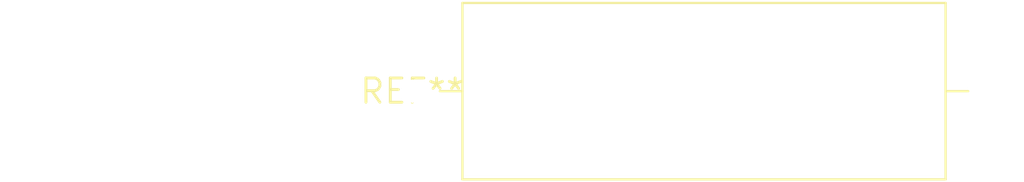
<source format=kicad_pcb>
(kicad_pcb (version 20240108) (generator pcbnew)
  (layers (0 "F.Cu" signal) (31 "B.Cu" signal) (34 "B.Paste" user) (35 "F.Paste" user) (36 "B.SilkS" user "B.Silkscreen") (37 "F.SilkS" user "F.Silkscreen") (38 "B.Mask" user) (39 "F.Mask" user) (44 "Edge.Cuts" user))
  (net 0 "")
  (footprint "R_Axial_Power_L25.0mm_W9.0mm_P30.48mm" (layer "F.Cu") (at 0 0)
    (property "Reference" "REF**")
    (property "Value" "R_Axial_Power_L25.0mm_W9.0mm_P30.48mm")
    (fp_line (start 1.44 0) (end 2.62 0) (layer "F.SilkS") (stroke (width 0.12)))
    (fp_line (start 2.62 -4.62) (end 2.62 4.62) (layer "F.SilkS") (stroke (width 0.12)))
    (fp_line (start 2.62 4.62) (end 27.86 4.62) (layer "F.SilkS") (stroke (width 0.12)))
    (fp_line (start 27.86 -4.62) (end 2.62 -4.62) (layer "F.SilkS") (stroke (width 0.12)))
    (fp_line (start 27.86 4.62) (end 27.86 -4.62) (layer "F.SilkS") (stroke (width 0.12)))
    (fp_line (start 29.04 0) (end 27.86 0) (layer "F.SilkS") (stroke (width 0.12)))
    (pad "1" thru_hole circle (at 0 0) (size 2.4 2.4) (drill 1.2) (layers *.Cu *.Mask) (remove_unused_layers))
    (pad "2" thru_hole oval (at 30.48 0) (size 2.4 2.4) (drill 1.2) (layers *.Cu *.Mask) (remove_unused_layers))
  )
)
</source>
